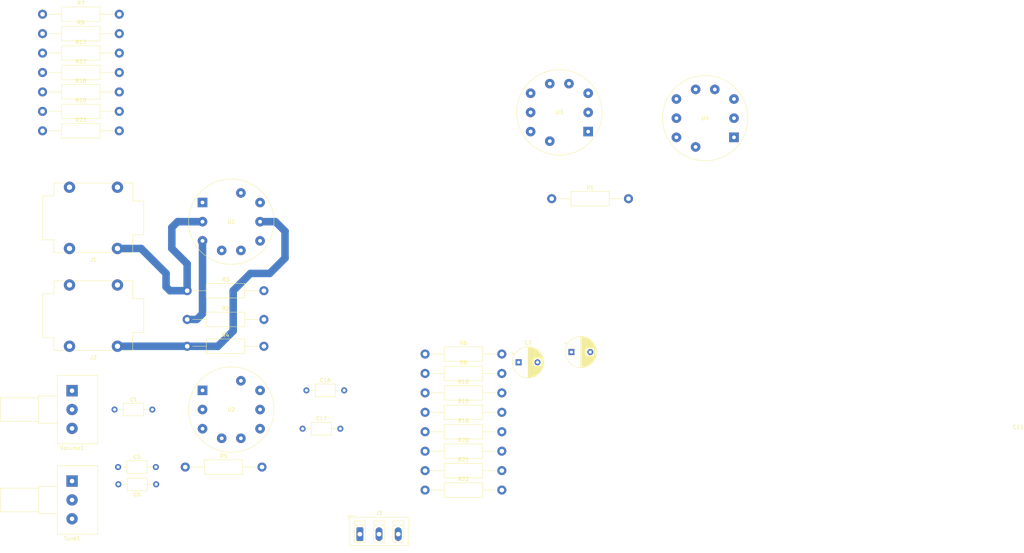
<source format=kicad_pcb>
(kicad_pcb (version 20221018) (generator pcbnew)
  (layers (0 "F.Cu" signal) (31 "B.Cu" signal) (34 "B.Paste" user) (35 "F.Paste" user) (36 "B.SilkS" user "B.Silkscreen") (37 "F.SilkS" user "F.Silkscreen") (38 "B.Mask" user) (39 "F.Mask" user) (44 "Edge.Cuts" user))
  (net 0 "")
  (net 1 "Net-(C1-Pad1)")
  (net 2 "Net-(U2B-G)")
  (net 3 "Net-(U1A-A)")
  (net 4 "Net-(C5-Pad2)")
  (net 5 "Net-(C6-Pad2)")
  (net 6 "Net-(U1A-K)")
  (net 7 "GNDPWR")
  (net 8 "Net-(U2B-A)")
  (net 9 "Net-(U2A-A)")
  (net 10 "Net-(U1B-G)")
  (net 11 "Net-(U1A-G)")
  (net 14 "Net-(R5-Pad2)")
  (net 15 "Net-(R18-Pad1)")
  (net 16 "Net-(R13-Pad2)")
  (net 17 "Net-(U2A-K)")
  (net 18 "Net-(U2A-G)")
  (net 29 "Net-(U3A-K_G3)")
  (net 30 "Net-(C16-Pad2)")
  (net 31 "Net-(C17-Pad2)")
  (net 32 "Net-(R10-Pad1)")
  (net 33 "Net-(U3A-G2)")
  (net 34 "Net-(J3-Pin_2)")
  (net 35 "Net-(U3A-G1)")
  (net 36 "Net-(U4A-G1)")
  (net 37 "Net-(J3-Pin_1)")
  (net 38 "Net-(J3-Pin_3)")
  (footprint "Resistor_THT:R_Axial_DIN0411_L9.9mm_D3.6mm_P20.32mm_Horizontal" (layer "F.Cu") (at 126.492 133.324)
    (fp_text reference "R15" (at 10.16 -2.92) (layer "F.SilkS"))
    (fp_text value "470K")
    (pad "1" thru_hole circle (at 0 0) (size 2.4 2.4) (drill 1.2) (layers "*.Cu" "*.Mask") (net 30 "Net-(C16-Pad2)"))
    (pad "2" thru_hole oval (at 20.32 0) (size 2.4 2.4) (drill 1.2) (layers "*.Cu" "*.Mask") (net 7 "GNDPWR"))
  )
  (footprint "Resistor_THT:R_Axial_DIN0411_L9.9mm_D3.6mm_P20.32mm_Horizontal" (layer "F.Cu") (at 126.492 138.474)
    (fp_text reference "R16" (at 10.16 -2.92) (layer "F.SilkS"))
    (fp_text value "470K")
    (pad "1" thru_hole circle (at 0 0) (size 2.4 2.4) (drill 1.2) (layers "*.Cu" "*.Mask") (net 31 "Net-(C17-Pad2)"))
    (pad "2" thru_hole oval (at 20.32 0) (size 2.4 2.4) (drill 1.2) (layers "*.Cu" "*.Mask") (net 7 "GNDPWR"))
  )
  (footprint "Capacitor_THT:C_Axial_L5.1mm_D3.1mm_P10.00mm_Horizontal" (layer "F.Cu") (at 55.292 152.4 180)
    (fp_text reference "C6" (at 5 -2.67) (layer "F.SilkS"))
    (fp_text value "0.01uF")
    (pad "1" thru_hole circle (at 0 0 180) (size 1.6 1.6) (drill 0.8) (layers "*.Cu" "*.Mask") (net 3 "Net-(U1A-A)"))
    (pad "2" thru_hole oval (at 10 0 180) (size 1.6 1.6) (drill 0.8) (layers "*.Cu" "*.Mask") (net 5 "Net-(C6-Pad2)"))
  )
  (footprint "Capacitor_THT:CP_Radial_D8.0mm_P5.00mm" (layer "F.Cu") (at 165.237349 117.348)
    (fp_text reference "C11" (at 118.271 19.869) (layer "F.SilkS"))
    (fp_text value "50uF/25V")
    (pad "1" thru_hole rect (at 0 0) (size 1.6 1.6) (drill 0.8) (layers "*.Cu" "*.Mask") (net 6 "Net-(U1A-K)"))
    (pad "2" thru_hole circle (at 5 0) (size 1.6 1.6) (drill 0.8) (layers "*.Cu" "*.Mask") (net 7 "GNDPWR"))
  )
  (footprint "Capacitor_THT:C_Axial_L5.1mm_D3.1mm_P10.00mm_Horizontal" (layer "F.Cu") (at 95.076 127.508)
    (fp_text reference "C16" (at 5 -2.67) (layer "F.SilkS"))
    (fp_text value "0.01uF")
    (pad "1" thru_hole circle (at 0 0) (size 1.6 1.6) (drill 0.8) (layers "*.Cu" "*.Mask") (net 8 "Net-(U2B-A)"))
    (pad "2" thru_hole oval (at 10 0) (size 1.6 1.6) (drill 0.8) (layers "*.Cu" "*.Mask") (net 30 "Net-(C16-Pad2)"))
  )
  (footprint "Valve:Valve_Noval_P" (layer "F.Cu") (at 67.564 127.508 180)
    (fp_text reference "U2" (at -7.62 -5.08) (layer "F.SilkS"))
    (fp_text value "ECC83")
    (pad "1" thru_hole rect (at 0 0 180) (size 2.54 2.54) (drill 1) (layers "*.Cu" "*.Mask") (net 8 "Net-(U2B-A)"))
    (pad "2" thru_hole circle (at 0 -5.08 180) (size 2.54 2.54) (drill 1) (layers "*.Cu" "*.Mask") (net 2 "Net-(U2B-G)"))
    (pad "3" thru_hole circle (at 0 -10.16 180) (size 2.54 2.54) (drill 1) (layers "*.Cu" "*.Mask") (net 17 "Net-(U2A-K)"))
    (pad "4" thru_hole circle (at -5.08 -12.7 180) (size 2.54 2.54) (drill 1) (layers "*.Cu" "*.Mask"))
    (pad "5" thru_hole circle (at -10.16 -12.7 180) (size 2.54 2.54) (drill 1) (layers "*.Cu" "*.Mask"))
    (pad "6" thru_hole circle (at -15.24 -10.16 180) (size 2.54 2.54) (drill 1) (layers "*.Cu" "*.Mask") (net 9 "Net-(U2A-A)"))
    (pad "7" thru_hole circle (at -15.24 -5.08 180) (size 2.54 2.54) (drill 1) (layers "*.Cu" "*.Mask") (net 18 "Net-(U2A-G)"))
    (pad "8" thru_hole circle (at -15.24 0 180) (size 2.54 2.54) (drill 1) (layers "*.Cu" "*.Mask") (net 17 "Net-(U2A-K)"))
    (pad "9" thru_hole circle (at -10.16 2.54 180) (size 2.54 2.54) (drill 1) (layers "*.Cu" "*.Mask"))
  )
  (footprint "Valve:Valve_Noval_P" (layer "F.Cu") (at 67.564 77.724 180)
    (fp_text reference "U1" (at -7.62 -5.08) (layer "F.SilkS"))
    (fp_text value "ECC83")
    (pad "1" thru_hole rect (at 0 0 180) (size 2.54 2.54) (drill 1) (layers "*.Cu" "*.Mask") (net 3 "Net-(U1A-A)"))
    (pad "2" thru_hole circle (at 0 -5.08 180) (size 2.54 2.54) (drill 1) (layers "*.Cu" "*.Mask") (net 10 "Net-(U1B-G)"))
    (pad "3" thru_hole circle (at 0 -10.16 180) (size 2.54 2.54) (drill 1) (layers "*.Cu" "*.Mask") (net 6 "Net-(U1A-K)"))
    (pad "4" thru_hole circle (at -5.08 -12.7 180) (size 2.54 2.54) (drill 1) (layers "*.Cu" "*.Mask"))
    (pad "5" thru_hole circle (at -10.16 -12.7 180) (size 2.54 2.54) (drill 1) (layers "*.Cu" "*.Mask"))
    (pad "6" thru_hole circle (at -15.24 -10.16 180) (size 2.54 2.54) (drill 1) (layers "*.Cu" "*.Mask") (net 3 "Net-(U1A-A)"))
    (pad "7" thru_hole circle (at -15.24 -5.08 180) (size 2.54 2.54) (drill 1) (layers "*.Cu" "*.Mask") (net 11 "Net-(U1A-G)"))
    (pad "8" thru_hole circle (at -15.24 0 180) (size 2.54 2.54) (drill 1) (layers "*.Cu" "*.Mask") (net 6 "Net-(U1A-K)"))
    (pad "9" thru_hole circle (at -10.16 2.54 180) (size 2.54 2.54) (drill 1) (layers "*.Cu" "*.Mask"))
  )
  (footprint "Resistor_THT:R_Axial_DIN0411_L9.9mm_D3.6mm_P20.32mm_Horizontal" (layer "F.Cu") (at 63.5 115.824)
    (fp_text reference "R4" (at 10.16 -2.92) (layer "F.SilkS"))
    (fp_text value "1M")
    (pad "1" thru_hole circle (at 0 0) (size 2.4 2.4) (drill 1.2) (layers "*.Cu" "*.Mask") (net 11 "Net-(U1A-G)"))
    (pad "2" thru_hole oval (at 20.32 0) (size 2.4 2.4) (drill 1.2) (layers "*.Cu" "*.Mask") (net 7 "GNDPWR"))
  )
  (footprint "Resistor_THT:R_Axial_DIN0411_L9.9mm_D3.6mm_P20.32mm_Horizontal" (layer "F.Cu") (at 126.492 128.174)
    (fp_text reference "R10" (at 10.16 -2.92) (layer "F.SilkS"))
    (fp_text value "81.5K-2K/2W")
    (pad "1" thru_hole circle (at 0 0) (size 2.4 2.4) (drill 1.2) (layers "*.Cu" "*.Mask") (net 32 "Net-(R10-Pad1)"))
    (pad "2" thru_hole oval (at 20.32 0) (size 2.4 2.4) (drill 1.2) (layers "*.Cu" "*.Mask") (net 34 "Net-(J3-Pin_2)"))
  )
  (footprint "Resistor_THT:R_Axial_DIN0411_L9.9mm_D3.6mm_P20.32mm_Horizontal" (layer "F.Cu") (at 25.205 38.125)
    (fp_text reference "R13" (at 10.16 -2.92) (layer "F.SilkS"))
    (fp_text value "820")
    (pad "1" thru_hole circle (at 0 0) (size 2.4 2.4) (drill 1.2) (layers "*.Cu" "*.Mask") (net 17 "Net-(U2A-K)"))
    (pad "2" thru_hole oval (at 20.32 0) (size 2.4 2.4) (drill 1.2) (layers "*.Cu" "*.Mask") (net 16 "Net-(R13-Pad2)"))
  )
  (footprint "Resistor_THT:R_Axial_DIN0411_L9.9mm_D3.6mm_P20.32mm_Horizontal" (layer "F.Cu") (at 126.492 123.024)
    (fp_text reference "R8" (at 10.16 -2.92) (layer "F.SilkS"))
    (fp_text value "100/3W")
    (pad "1" thru_hole circle (at 0 0) (size 2.4 2.4) (drill 1.2) (layers "*.Cu" "*.Mask") (net 33 "Net-(U3A-G2)"))
    (pad "2" thru_hole oval (at 20.32 0) (size 2.4 2.4) (drill 1.2) (layers "*.Cu" "*.Mask") (net 32 "Net-(R10-Pad1)"))
  )
  (footprint "Valve:Valve_Noval_P" (layer "F.Cu") (at 169.672 58.928)
    (fp_text reference "U3" (at -7.62 -5.08) (layer "F.SilkS"))
    (fp_text value "EL84")
    (pad "1" thru_hole rect (at 0 0) (size 2.54 2.54) (drill 1) (layers "*.Cu" "*.Mask"))
    (pad "2" thru_hole circle (at 0 -5.08) (size 2.54 2.54) (drill 1) (layers "*.Cu" "*.Mask") (net 35 "Net-(U3A-G1)"))
    (pad "3" thru_hole circle (at 0 -10.16) (size 2.54 2.54) (drill 1) (layers "*.Cu" "*.Mask") (net 29 "Net-(U3A-K_G3)"))
    (pad "4" thru_hole circle (at -5.08 -12.7) (size 2.54 2.54) (drill 1) (layers "*.Cu" "*.Mask"))
    (pad "5" thru_hole circle (at -10.16 -12.7) (size 2.54 2.54) (drill 1) (layers "*.Cu" "*.Mask"))
    (pad "6" thru_hole circle (at -15.24 -10.16) (size 2.54 2.54) (drill 1) (layers "*.Cu" "*.Mask"))
    (pad "7" thru_hole circle (at -15.24 -5.08) (size 2.54 2.54) (drill 1) (layers "*.Cu" "*.Mask") (net 37 "Net-(J3-Pin_1)"))
    (pad "8" thru_hole circle (at -15.24 0) (size 2.54 2.54) (drill 1) (layers "*.Cu" "*.Mask"))
    (pad "9" thru_hole circle (at -10.16 2.54) (size 2.54 2.54) (drill 1) (layers "*.Cu" "*.Mask") (net 33 "Net-(U3A-G2)"))
  )
  (footprint "Resistor_THT:R_Axial_DIN0411_L9.9mm_D3.6mm_P20.32mm_Horizontal" (layer "F.Cu") (at 25.205 48.425)
    (fp_text reference "R18" (at 10.16 -2.92) (layer "F.SilkS"))
    (fp_text value "100K")
    (pad "1" thru_hole circle (at 0 0) (size 2.4 2.4) (drill 1.2) (layers "*.Cu" "*.Mask") (net 15 "Net-(R18-Pad1)"))
    (pad "2" thru_hole oval (at 20.32 0) (size 2.4 2.4) (drill 1.2) (layers "*.Cu" "*.Mask") (net 8 "Net-(U2B-A)"))
  )
  (footprint "Capacitor_THT:C_Axial_L5.1mm_D3.1mm_P10.00mm_Horizontal" (layer "F.Cu") (at 45.212 147.828)
    (fp_text reference "C5" (at 5 -2.67) (layer "F.SilkS"))
    (fp_text value "0.05uF")
    (pad "1" thru_hole circle (at 0 0) (size 1.6 1.6) (drill 0.8) (layers "*.Cu" "*.Mask") (net 3 "Net-(U1A-A)"))
    (pad "2" thru_hole oval (at 10 0) (size 1.6 1.6) (drill 0.8) (layers "*.Cu" "*.Mask") (net 4 "Net-(C5-Pad2)"))
  )
  (footprint "Resistor_THT:R_Axial_DIN0411_L9.9mm_D3.6mm_P20.32mm_Horizontal" (layer "F.Cu") (at 25.205 27.825)
    (fp_text reference "R7" (at 10.16 -2.92) (layer "F.SilkS"))
    (fp_text value "100K")
    (pad "1" thru_hole circle (at 0 0) (size 2.4 2.4) (drill 1.2) (layers "*.Cu" "*.Mask") (net 15 "Net-(R18-Pad1)"))
    (pad "2" thru_hole oval (at 20.32 0) (size 2.4 2.4) (drill 1.2) (layers "*.Cu" "*.Mask") (net 3 "Net-(U1A-A)"))
  )
  (footprint "Connector_Audio:Jack_6.35mm_Neutrik_NMJ4HCD2_Horizontal" (layer "F.Cu") (at 45.043 89.903 180)
    (fp_text reference "J1" (at 6.35 -3) (layer "F.SilkS"))
    (fp_text value "LOW")
    (pad "S" thru_hole circle (at 12.7 0 180) (size 3 3) (drill 1.4) (layers "*.Cu" "*.Mask") (net 7 "GNDPWR"))
    (pad "SN" thru_hole circle (at 12.7 16.23 180) (size 3 3) (drill 1.4) (layers "*.Cu" "*.Mask") (net 7 "GNDPWR"))
    (pad "T" thru_hole circle (at 0 0 180) (size 3 3) (drill 1.4) (layers "*.Cu" "*.Mask") (net 10 "Net-(U1B-G)"))
    (pad "TN" thru_hole circle (at 0 16.23 180) (size 3 3) (drill 1.4) (layers "*.Cu" "*.Mask") (net 11 "Net-(U1A-G)"))
  )
  (footprint "Resistor_THT:R_Axial_DIN0411_L9.9mm_D3.6mm_P20.32mm_Horizontal" (layer "F.Cu") (at 63.5 108.712)
    (fp_text reference "R2" (at 10.16 -2.92) (layer "F.SilkS"))
    (fp_text value "820")
    (pad "1" thru_hole circle (at 0 0) (size 2.4 2.4) (drill 1.2) (layers "*.Cu" "*.Mask") (net 6 "Net-(U1A-K)"))
    (pad "2" thru_hole oval (at 20.32 0) (size 2.4 2.4) (drill 1.2) (layers "*.Cu" "*.Mask") (net 7 "GNDPWR"))
  )
  (footprint "Capacitor_THT:CP_Radial_D8.0mm_P5.00mm" (layer "F.Cu") (at 151.256698 120.074)
    (fp_text reference "C3" (at 2.5 -5.25) (layer "F.SilkS"))
    (fp_text value "50-500uF/25V")
    (pad "1" thru_hole rect (at 0 0) (size 1.6 1.6) (drill 0.8) (layers "*.Cu" "*.Mask") (net 29 "Net-(U3A-K_G3)"))
    (pad "2" thru_hole circle (at 5 0) (size 1.6 1.6) (drill 0.8) (layers "*.Cu" "*.Mask") (net 7 "GNDPWR"))
  )
  (footprint "Resistor_THT:R_Axial_DIN0411_L9.9mm_D3.6mm_P20.32mm_Horizontal" (layer "F.Cu") (at 126.492 117.874)
    (fp_text reference "R6" (at 10.16 -2.92) (layer "F.SilkS"))
    (fp_text value "8.2K/2W")
    (pad "1" thru_hole circle (at 0 0) (size 2.4 2.4) (drill 1.2) (layers "*.Cu" "*.Mask") (net 15 "Net-(R18-Pad1)"))
    (pad "2" thru_hole oval (at 20.32 0) (size 2.4 2.4) (drill 1.2) (layers "*.Cu" "*.Mask") (net 32 "Net-(R10-Pad1)"))
  )
  (footprint "Resistor_THT:R_Axial_DIN0411_L9.9mm_D3.6mm_P20.32mm_Horizontal" (layer "F.Cu") (at 126.492 153.924)
    (fp_text reference "R22" (at 10.16 -2.92) (layer "F.SilkS"))
    (fp_text value "8.2K")
    (pad "1" thru_hole circle (at 0 0) (size 2.4 2.4) (drill 1.2) (layers "*.Cu" "*.Mask") (net 31 "Net-(C17-Pad2)"))
    (pad "2" thru_hole oval (at 20.32 0) (size 2.4 2.4) (drill 1.2) (layers "*.Cu" "*.Mask") (net 36 "Net-(U4A-G1)"))
  )
  (footprint "Resistor_THT:R_Axial_DIN0411_L9.9mm_D3.6mm_P20.32mm_Horizontal" (layer "F.Cu") (at 25.205 32.975)
    (fp_text reference "R9" (at 10.16 -2.92) (layer "F.SilkS"))
    (fp_text value "470K")
    (pad "1" thru_hole circle (at 0 0) (size 2.4 2.4) (drill 1.2) (layers "*.Cu" "*.Mask") (net 2 "Net-(U2B-G)"))
    (pad "2" thru_hole oval (at 20.32 0) (size 2.4 2.4) (drill 1.2) (layers "*.Cu" "*.Mask") (net 16 "Net-(R13-Pad2)"))
  )
  (footprint "Resistor_THT:R_Axial_DIN0411_L9.9mm_D3.6mm_P20.32mm_Horizontal" (layer "F.Cu") (at 63.5 101.092)
    (fp_text reference "R3" (at 10.16 -2.92) (layer "F.SilkS"))
    (fp_text value "1M")
    (pad "1" thru_hole circle (at 0 0) (size 2.4 2.4) (drill 1.2) (layers "*.Cu" "*.Mask") (net 10 "Net-(U1B-G)"))
    (pad "2" thru_hole oval (at 20.32 0) (size 2.4 2.4) (drill 1.2) (layers "*.Cu" "*.Mask") (net 7 "GNDPWR"))
  )
  (footprint "Resistor_THT:R_Axial_DIN0411_L9.9mm_D3.6mm_P20.32mm_Horizontal" (layer "F.Cu") (at 25.205 53.575)
    (fp_text reference "R19" (at 10.16 -2.92) (layer "F.SilkS"))
    (fp_text value "100K")
    (pad "1" thru_hole circle (at 0 0) (size 2.4 2.4) (drill 1.2) (layers "*.Cu" "*.Mask") (net 15 "Net-(R18-Pad1)"))
    (pad "2" thru_hole oval (at 20.32 0) (size 2.4 2.4) (drill 1.2) (layers "*.Cu" "*.Mask") (net 9 "Net-(U2A-A)"))
  )
  (footprint "Connector_Phoenix_MC_HighVoltage:PhoenixContact_MCV_1,5_3-G-5.08_1x03_P5.08mm_Vertical" (layer "F.Cu") (at 109.22 165.608)
    (fp_text reference "J3" (at 5.08 -5.55) (layer "F.SilkS"))
    (fp_text value "Conn_01x03_Socket")
    (pad "1" thru_hole roundrect (at 0 0) (size 1.8 3.6) (drill 1.2) (layers "*.Cu" "*.Mask") (roundrect_rratio 0.138889) (net 37 "Net-(J3-Pin_1)"))
    (pad "2" thru_hole oval (at 5.08 0) (size 1.8 3.6) (drill 1.2) (layers "*.Cu" "*.Mask") (net 34 "Net-(J3-Pin_2)"))
    (pad "3" thru_hole oval (at 10.16 0) (size 1.8 3.6) (drill 1.2) (layers "*.Cu" "*.Mask") (net 38 "Net-(J3-Pin_3)"))
  )
  (footprint "Resistor_THT:R_Axial_DIN0411_L9.9mm_D3.6mm_P20.32mm_Horizontal" (layer "F.Cu") (at 25.205 43.275)
    (fp_text reference "R17" (at 10.16 -2.92) (layer "F.SilkS"))
    (fp_text value "47K")
    (pad "1" thru_hole circle (at 0 0) (size 2.4 2.4) (drill 1.2) (layers "*.Cu" "*.Mask") (net 16 "Net-(R13-Pad2)"))
    (pad "2" thru_hole oval (at 20.32 0) (size 2.4 2.4) (drill 1.2) (layers "*.Cu" "*.Mask") (net 7 "GNDPWR"))
  )
  (footprint "Resistor_THT:R_Axial_DIN0411_L9.9mm_D3.6mm_P20.32mm_Horizontal" (layer "F.Cu") (at 126.492 148.774)
    (fp_text reference "R21" (at 10.16 -2.92) (layer "F.SilkS"))
    (fp_text value "8.2K")
    (pad "1" thru_hole circle (at 0 0) (size 2.4 2.4) (drill 1.2) (layers "*.Cu" "*.Mask") (net 30 "Net-(C16-Pad2)"))
    (pad "2" thru_hole oval (at 20.32 0) (size 2.4 2.4) (drill 1.2) (layers "*.Cu" "*.Mask") (net 35 "Net-(U3A-G1)"))
  )
  (footprint "Resistor_THT:R_Axial_DIN0411_L9.9mm_D3.6mm_P20.32mm_Horizontal" (layer "F.Cu") (at 126.492 143.624)
    (fp_text reference "R20" (at 10.16 -2.92) (layer "F.SilkS"))
    (fp_text value "125/5W")
    (pad "1" thru_hole circle (at 0 0) (size 2.4 2.4) (drill 1.2) (layers "*.Cu" "*.Mask") (net 7 "GNDPWR"))
    (pad "2" thru_hole oval (at 20.32 0) (size 2.4 2.4) (drill 1.2) (layers "*.Cu" "*.Mask") (net 29 "Net-(U3A-K_G3)"))
  )
  (footprint "Valve:Valve_Noval_P" (layer "F.Cu") (at 208.28 60.452)
    (fp_text reference "U4" (at -7.62 -5.08) (layer "F.SilkS"))
    (fp_text value "EL84")
    (pad "1" thru_hole rect (at 0 0) (size 2.54 2.54) (drill 1) (layers "*.Cu" "*.Mask"))
    (pad "2" thru_hole circle (at 0 -5.08) (size 2.54 2.54) (drill 1) (layers "*.Cu" "*.Mask") (net 36 "Net-(U4A-G1)"))
    (pad "3" thru_hole circle (at 0 -10.16) (size 2.54 2.54) (drill 1) (layers "*.Cu" "*.Mask") (net 29 "Net-(U3A-K_G3)"))
    (pad "4" thru_hole circle (at -5.08 -12.7) (size 2.54 2.54) (drill 1) (layers "*.Cu" "*.Mask"))
    (pad "5" thru_hole circle (at -10.16 -12.7) (size 2.54 2.54) (drill 1) (layers "*.Cu" "*.Mask"))
    (pad "6" thru_hole circle (at -15.24 -10.16) (size 2.54 2.54) (drill 1) (layers "*.Cu" "*.Mask"))
    (pad "7" thru_hole circle (at -15.24 -5.08) (size 2.54 2.54) (drill 1) (layers "*.Cu" "*.Mask") (net 38 "Net-(J3-Pin_3)"))
    (pad "8" thru_hole circle (at -15.24 0) (size 2.54 2.54) (drill 1) (layers "*.Cu" "*.Mask"))
    (pad "9" thru_hole circle (at -10.16 2.54) (size 2.54 2.54) (drill 1) (layers "*.Cu" "*.Mask") (net 33 "Net-(U3A-G2)"))
  )
  (footprint "Resistor_THT:R_Axial_DIN0411_L9.9mm_D3.6mm_P20.32mm_Horizontal" (layer "F.Cu") (at 25.205 58.725)
    (fp_text reference "R23" (at 10.16 -2.92) (layer "F.SilkS"))
    (fp_text value "470K")
    (pad "1" thru_hole circle (at 0 0) (size 2.4 2.4) (drill 1.2) (layers "*.Cu" "*.Mask") (net 18 "Net-(U2A-G)"))
    (pad "2" thru_hole oval (at 20.32 0) (size 2.4 2.4) (drill 1.2) (layers "*.Cu" "*.Mask") (net 16 "Net-(R13-Pad2)"))
  )
  (footprint "Connector_Audio:Jack_6.35mm_Neutrik_NMJ4HCD2_Horizontal" (layer "F.Cu") (at 45.043 115.811 180)
    (fp_text reference "J2" (at 6.35 -3) (layer "F.SilkS"))
    (fp_text value "HIGH")
    (pad "S" thru_hole circle (at 12.7 0 180) (size 3 3) (drill 1.4) (layers "*.Cu" "*.Mask") (net 7 "GNDPWR"))
    (pad "SN" thru_hole circle (at 12.7 16.23 180) (size 3 3) (drill 1.4) (layers "*.Cu" "*.Mask") (net 7 "GNDPWR"))
    (pad "T" thru_hole circle (at 0 0 180) (size 3 3) (drill 1.4) (layers "*.Cu" "*.Mask") (net 11 "Net-(U1A-G)"))
    (pad "TN" thru_hole circle (at 0 16.23 180) (size 3 3) (drill 1.4) (layers "*.Cu" "*.Mask") (net 7 "GNDPWR"))
  )
  (footprint "Resistor_THT:R_Axial_DIN0411_L9.9mm_D3.6mm_P20.32mm_Horizontal" (layer "F.Cu") (at 160.02 76.708)
    (fp_text reference "R1" (at 10.16 -2.92) (layer "F.SilkS"))
    (fp_text value "R")
    (pad "1" thru_hole circle (at 0 0) (size 2.4 2.4) (drill 1.2) (layers "*.Cu" "*.Mask"))
    (pad "2" thru_hole oval (at 20.32 0) (size 2.4 2.4) (drill 1.2) (layers "*.Cu" "*.Mask"))
  )
  (footprint "Resistor_THT:R_Axial_DIN0411_L9.9mm_D3.6mm_P20.32mm_Horizontal" (layer "F.Cu") (at 62.992 147.828)
    (fp_text reference "R5" (at 10.16 -2.92) (layer "F.SilkS"))
    (fp_text value "100K")
    (pad "1" thru_hole circle (at 0 0) (size 2.4 2.4) (drill 1.2) (layers "*.Cu" "*.Mask") (net 4 "Net-(C5-Pad2)"))
    (pad "2" thru_hole oval (at 20.32 0) (size 2.4 2.4) (drill 1.2) (layers "*.Cu" "*.Mask") (net 14 "Net-(R5-Pad2)"))
  )
  (footprint "Capacitor_THT:C_Axial_L5.1mm_D3.1mm_P10.00mm_Horizontal" (layer "F.Cu") (at 44.276 132.588)
    (fp_text reference "C1" (at 5 -2.67) (layer "F.SilkS"))
    (fp_text value "0.01uF")
    (pad "1" thru_hole circle (at 0 0) (size 1.6 1.6) (drill 0.8) (layers "*.Cu" "*.Mask") (net 1 "Net-(C1-Pad1)"))
    (pad "2" thru_hole oval (at 10 0) (size 1.6 1.6) (drill 0.8) (layers "*.Cu" "*.Mask") (net 2 "Net-(U2B-G)"))
  )
  (footprint "Potentiometer_THT:Potentiometer_Alps_RK163_Single_Horizontal" (layer "F.Cu") (at 33.02 151.544)
    (fp_text reference "Tone1" (at 0 15.2) (layer "F.SilkS"))
    (fp_text value "500KA")
    (pad "1" thru_hole rect (at 0 0 180) (size 3 3) (drill 1.2) (layers "*.Cu" "*.Mask") (net 5 "Net-(C6-Pad2)"))
    (pad "2" thru_hole circle (at 0 5 180) (size 3 3) (drill 1.2) (layers "*.Cu" "*.Mask") (net 7 "GNDPWR"))
    (pad "3" thru_hole circle (at 0 10 180) (size 3 3) (drill 1.2) (layers "*.Cu" "*.Mask") (net 14 "Net-(R5-Pad2)"))
  )
  (footprint "Capacitor_THT:C_Axial_L5.1mm_D3.1mm_P10.00mm_Horizontal" (layer "F.Cu") (at 94.06 137.668)
    (fp_text reference "C17" (at 5 -2.67) (layer "F.SilkS"))
    (fp_text value "0.01uF")
    (pad "1" thru_hole circle (at 0 0) (size 1.6 1.6) (drill 0.8) (layers "*.Cu" "*.Mask") (net 9 "Net-(U2A-A)"))
    (pad "2" thru_hole oval (at 10 0) (size 1.6 1.6) (drill 0.8) (layers "*.Cu" "*.Mask") (net 31 "Net-(C17-Pad2)"))
  )
  (footprint "Potentiometer_THT:Potentiometer_Alps_RK163_Single_Horizontal" (layer "F.Cu") (at 33.02 127.588)
    (fp_text reference "Volume1" (at 0 15.2 180) (layer "F.SilkS"))
    (fp_text value "500KA")
    (pad "1" thru_hole rect (at 0 0 180) (size 3 3) (drill 1.2) (layers "*.Cu" "*.Mask") (net 4 "Net-(C5-Pad2)"))
    (pad "2" thru_hole circle (at 0 5 180) (size 3 3) (drill 1.2) (layers "*.Cu" "*.Mask") (net 1 "Net-(C1-Pad1)"))
    (pad "3" thru_hole circle (at 0 10 180) (size 3 3) (drill 1.2) (layers "*.Cu" "*.Mask") (net 7 "GNDPWR"))
  )
  (segment (start 63.5 108.712) (end 66.04 108.712) (width 2) (layer "B.Cu") (net 6))
  (segment (start 66.04 108.712) (end 67.564 107.188) (width 2) (layer "B.Cu") (net 6))
  (segment (start 67.564 107.188) (end 67.564 87.884) (width 2) (layer "B.Cu") (net 6))
  (segment (start 51.295 89.903) (end 57.912 96.52) (width 2) (layer "B.Cu") (net 10))
  (segment (start 60.96 82.804) (end 67.564 82.804) (width 2) (layer "B.Cu") (net 10))
  (segment (start 58.928 101.092) (end 63.5 101.092) (width 2) (layer "B.Cu") (net 10))
  (segment (start 59.436 89.916) (end 59.436 84.328) (width 2) (layer "B.Cu") (net 10))
  (segment (start 57.912 100.076) (end 58.928 101.092) (width 2) (layer "B.Cu") (net 10))
  (segment (start 57.912 96.52) (end 57.912 100.076) (width 2) (layer "B.Cu") (net 10))
  (segment (start 59.436 84.328) (end 60.96 82.804) (width 2) (layer "B.Cu") (net 10))
  (segment (start 63.5 101.092) (end 63.5 93.98) (width 2) (layer "B.Cu") (net 10))
  (segment (start 63.5 93.98) (end 59.436 89.916) (width 2) (layer "B.Cu") (net 10))
  (segment (start 45.043 89.903) (end 51.295 89.903) (width 2) (layer "B.Cu") (net 10))
  (segment (start 71.628 115.824) (end 75.692 111.76) (width 2) (layer "B.Cu") (net 11))
  (segment (start 85.344 96.52) (end 89.408 92.456) (width 2) (layer "B.Cu") (net 11))
  (segment (start 75.692 101.092) (end 80.264 96.52) (width 2) (layer "B.Cu") (net 11))
  (segment (start 80.264 96.52) (end 85.344 96.52) (width 2) (layer "B.Cu") (net 11))
  (segment (start 86.868 82.804) (end 82.804 82.804) (width 2) (layer "B.Cu") (net 11))
  (segment (start 63.487 115.811) (end 63.5 115.824) (width 2) (layer "B.Cu") (net 11))
  (segment (start 89.408 85.344) (end 86.868 82.804) (width 2) (layer "B.Cu") (net 11))
  (segment (start 89.408 92.456) (end 89.408 85.344) (width 2) (layer "B.Cu") (net 11))
  (segment (start 45.043 115.811) (end 63.487 115.811) (width 2) (layer "B.Cu") (net 11))
  (segment (start 63.5 115.824) (end 71.628 115.824) (width 2) (layer "B.Cu") (net 11))
  (segment (start 75.692 111.76) (end 75.692 101.092) (width 2) (layer "B.Cu") (net 11))
)
</source>
